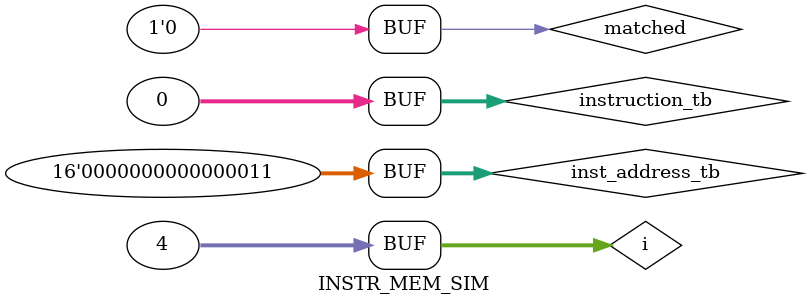
<source format=v>
`timescale 1ns / 1ps

module INSTR_MEM_SIM();
    
    // Define Instruction Memory address i/o.
    reg [15:0] inst_address_tb;     // 16-bit Address of instruction being read from memory.
    wire [31:0] read_data_tb;       // 32-bit Instruction located at specified address.   
    
    // Instantiate InstructionMemory Module.
    InstructionMemory InstructionMemory_tb (
        .inst_address(inst_address_tb),
        .read_data(read_data_tb)
    );

    // Create array of preloaded instructions, load control signals.
    reg matched = 0;
    reg [31:0] instruction_tb;
    integer i;

    // Bgin test;
    initial begin
        for(i = 0; i < 4; i = i + 1) begin
            // Set the instruction address and test instruction.
            inst_address_tb = i;
            case (i)
                // Test Memory instruction.
                0:  instruction_tb = 32'b000_00000_00000000_0000000000000010;     

                // Test Control instruction.
                1: instruction_tb = 32'b010_00010_00000_000_0000000000001101;

                // Test Arithemetic instruction.
                2: instruction_tb = 32'b100_00000_00001_00010_00000000000000;

                // Test Nop instruction.
                3: instruction_tb = 32'b0;
            endcase

            // Compare what is read with what is expected.
            #50;
            matched = (read_data_tb == instruction_tb) ? 1 : 0;
            
            // Reset signals.
            #50;
            instruction_tb = 0;
            matched = 0;
        end
    end    
    
endmodule

</source>
